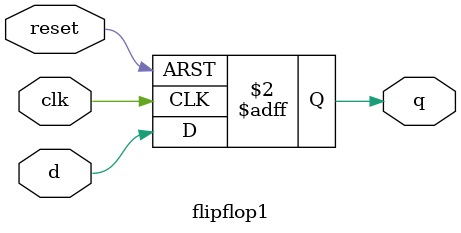
<source format=v>

module flipflop1(
  input  clk,   //Señal de reloj (por defecto son wire, si no se especifica)
  input  reset, //Señal de reset
  input  d,     //Entrada
  output reg q      //Salida
);

  //always @(posedge clk) -> Sincrono. Solo depende del clk.
  //always toma los valores que tenía guardados antes de entrar al bloque de codigo, por lo que si no entra en ninguna de las condiciones descrita, se queda con el valor anterior. 
  always @(posedge clk or posedge reset) begin    //posedge = flancos de subida
    if (reset)      // Si se activa la señal de reinicio
      q <= 1'b0;    // Reiniciar la salida a 0
    else
      q <= d;       // La salida toma el valor de la entrada de datos en el flanco de reloj positivo
  end
endmodule

</source>
